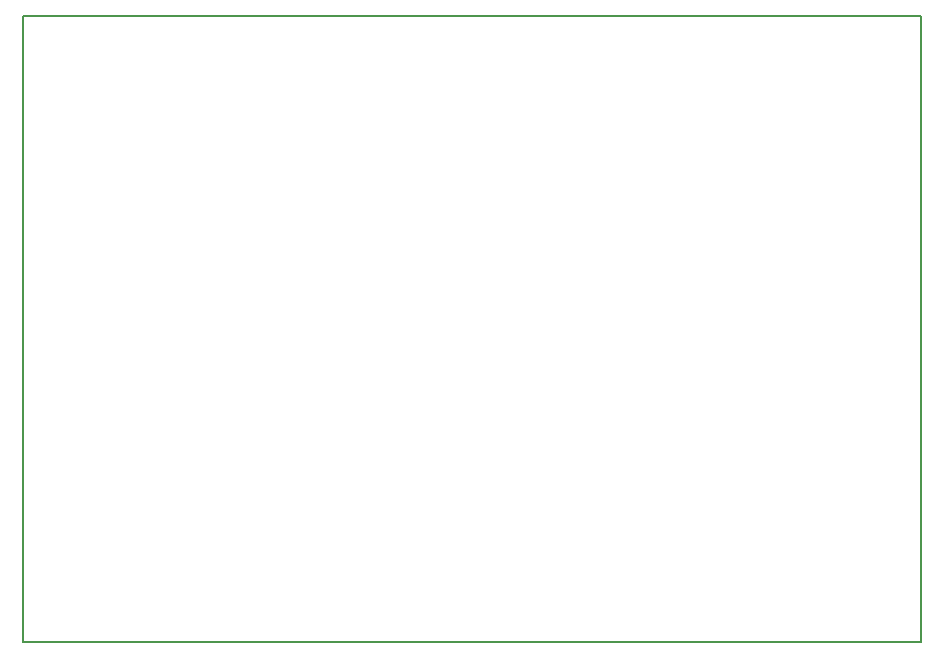
<source format=gbr>
G04 DipTrace 3.3.1.3*
G04 BoardOutline.gbr*
%MOMM*%
G04 #@! TF.FileFunction,Profile*
G04 #@! TF.Part,Single*
%ADD11C,0.14*%
%FSLAX35Y35*%
G04*
G71*
G90*
G75*
G01*
G04 BoardOutline*
%LPD*%
X1000811Y1000811D2*
D11*
X8600811D1*
Y6300811D1*
X1000811D1*
Y1000811D1*
M02*

</source>
